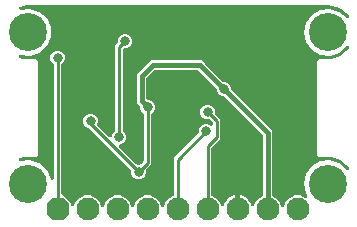
<source format=gbr>
G04 EAGLE Gerber RS-274X export*
G75*
%MOMM*%
%FSLAX34Y34*%
%LPD*%
%INBottom Copper*%
%IPPOS*%
%AMOC8*
5,1,8,0,0,1.08239X$1,22.5*%
G01*
%ADD10P,2.089446X8X112.500000*%
%ADD11C,1.930400*%
%ADD12C,3.216000*%
%ADD13C,0.800100*%
%ADD14C,0.254000*%
%ADD15C,0.406400*%

G36*
X204548Y15216D02*
X204548Y15216D01*
X204667Y15223D01*
X204705Y15236D01*
X204746Y15241D01*
X204856Y15285D01*
X204969Y15321D01*
X205004Y15343D01*
X205041Y15358D01*
X205137Y15428D01*
X205238Y15491D01*
X205266Y15521D01*
X205299Y15545D01*
X205375Y15636D01*
X205456Y15723D01*
X205476Y15758D01*
X205501Y15790D01*
X205552Y15897D01*
X205610Y16002D01*
X205620Y16041D01*
X205637Y16077D01*
X205659Y16194D01*
X205689Y16310D01*
X205693Y16370D01*
X205697Y16390D01*
X205695Y16410D01*
X205699Y16470D01*
X205699Y27189D01*
X206055Y27133D01*
X207880Y26539D01*
X209590Y25668D01*
X211143Y24540D01*
X212500Y23183D01*
X213628Y21630D01*
X214499Y19920D01*
X214927Y18604D01*
X214940Y18577D01*
X214947Y18548D01*
X214970Y18504D01*
X214981Y18469D01*
X215017Y18413D01*
X215063Y18316D01*
X215082Y18293D01*
X215096Y18266D01*
X215142Y18215D01*
X215151Y18201D01*
X215179Y18174D01*
X215183Y18170D01*
X215265Y18071D01*
X215290Y18053D01*
X215310Y18031D01*
X215383Y17983D01*
X215384Y17982D01*
X215418Y17960D01*
X215523Y17884D01*
X215550Y17873D01*
X215575Y17856D01*
X215698Y17814D01*
X215818Y17767D01*
X215848Y17763D01*
X215876Y17753D01*
X216005Y17743D01*
X216134Y17727D01*
X216163Y17730D01*
X216193Y17728D01*
X216321Y17750D01*
X216449Y17766D01*
X216477Y17777D01*
X216506Y17782D01*
X216625Y17835D01*
X216745Y17883D01*
X216769Y17901D01*
X216796Y17913D01*
X216898Y17994D01*
X217002Y18070D01*
X217021Y18093D01*
X217045Y18111D01*
X217123Y18215D01*
X217205Y18315D01*
X217218Y18342D01*
X217236Y18366D01*
X217307Y18510D01*
X218694Y21859D01*
X221981Y25146D01*
X223752Y25879D01*
X223777Y25894D01*
X223805Y25903D01*
X223915Y25972D01*
X224028Y26037D01*
X224049Y26057D01*
X224074Y26073D01*
X224163Y26168D01*
X224256Y26258D01*
X224272Y26283D01*
X224292Y26305D01*
X224355Y26418D01*
X224423Y26529D01*
X224431Y26557D01*
X224446Y26583D01*
X224478Y26709D01*
X224516Y26833D01*
X224518Y26863D01*
X224525Y26891D01*
X224535Y27052D01*
X224535Y77801D01*
X224523Y77899D01*
X224520Y77998D01*
X224503Y78056D01*
X224495Y78116D01*
X224459Y78208D01*
X224431Y78303D01*
X224401Y78355D01*
X224378Y78412D01*
X224320Y78492D01*
X224270Y78577D01*
X224204Y78653D01*
X224192Y78669D01*
X224182Y78677D01*
X224164Y78698D01*
X192427Y110435D01*
X192348Y110496D01*
X192276Y110564D01*
X192223Y110593D01*
X192175Y110630D01*
X192084Y110669D01*
X191998Y110717D01*
X191939Y110732D01*
X191883Y110756D01*
X191785Y110772D01*
X191690Y110797D01*
X191590Y110803D01*
X191569Y110806D01*
X191557Y110805D01*
X191529Y110807D01*
X190570Y110807D01*
X188352Y111725D01*
X186655Y113422D01*
X185737Y115640D01*
X185737Y116599D01*
X185724Y116697D01*
X185721Y116796D01*
X185705Y116855D01*
X185697Y116915D01*
X185660Y117007D01*
X185633Y117102D01*
X185602Y117154D01*
X185580Y117210D01*
X185522Y117291D01*
X185471Y117376D01*
X185405Y117451D01*
X185393Y117468D01*
X185384Y117475D01*
X185365Y117497D01*
X170138Y132724D01*
X170060Y132784D01*
X169988Y132852D01*
X169935Y132881D01*
X169887Y132918D01*
X169796Y132958D01*
X169709Y133006D01*
X169651Y133021D01*
X169595Y133045D01*
X169497Y133060D01*
X169401Y133085D01*
X169301Y133091D01*
X169281Y133095D01*
X169269Y133093D01*
X169241Y133095D01*
X133629Y133095D01*
X133531Y133083D01*
X133432Y133080D01*
X133374Y133063D01*
X133314Y133055D01*
X133222Y133019D01*
X133127Y132991D01*
X133075Y132961D01*
X133018Y132938D01*
X132938Y132880D01*
X132853Y132830D01*
X132777Y132764D01*
X132761Y132752D01*
X132753Y132742D01*
X132732Y132724D01*
X126356Y126348D01*
X126296Y126270D01*
X126228Y126198D01*
X126199Y126145D01*
X126162Y126097D01*
X126122Y126006D01*
X126074Y125919D01*
X126059Y125861D01*
X126035Y125805D01*
X126020Y125707D01*
X125995Y125611D01*
X125989Y125511D01*
X125985Y125491D01*
X125987Y125479D01*
X125985Y125451D01*
X125985Y108902D01*
X126000Y108784D01*
X126007Y108666D01*
X126020Y108627D01*
X126025Y108587D01*
X126068Y108476D01*
X126105Y108363D01*
X126127Y108329D01*
X126142Y108291D01*
X126211Y108195D01*
X126275Y108094D01*
X126305Y108067D01*
X126328Y108034D01*
X126420Y107958D01*
X126507Y107876D01*
X126542Y107857D01*
X126573Y107831D01*
X126681Y107780D01*
X126785Y107723D01*
X126825Y107713D01*
X126861Y107696D01*
X126978Y107673D01*
X127093Y107643D01*
X127153Y107640D01*
X127173Y107636D01*
X127194Y107637D01*
X127254Y107633D01*
X128200Y107633D01*
X130418Y106715D01*
X132115Y105018D01*
X133033Y102800D01*
X133033Y100400D01*
X132115Y98182D01*
X130674Y96742D01*
X130614Y96664D01*
X130546Y96592D01*
X130517Y96539D01*
X130480Y96491D01*
X130440Y96400D01*
X130392Y96313D01*
X130377Y96255D01*
X130353Y96199D01*
X130338Y96101D01*
X130313Y96005D01*
X130307Y95905D01*
X130303Y95885D01*
X130305Y95873D01*
X130303Y95845D01*
X130303Y53242D01*
X125785Y48724D01*
X125724Y48646D01*
X125656Y48574D01*
X125627Y48521D01*
X125590Y48473D01*
X125551Y48382D01*
X125503Y48295D01*
X125488Y48237D01*
X125464Y48181D01*
X125448Y48083D01*
X125423Y47987D01*
X125417Y47887D01*
X125414Y47867D01*
X125415Y47855D01*
X125413Y47827D01*
X125413Y45790D01*
X124495Y43572D01*
X122798Y41875D01*
X120580Y40957D01*
X118180Y40957D01*
X115962Y41875D01*
X114265Y43572D01*
X113347Y45790D01*
X113347Y47827D01*
X113334Y47925D01*
X113331Y48024D01*
X113315Y48082D01*
X113307Y48142D01*
X113270Y48234D01*
X113243Y48329D01*
X113212Y48382D01*
X113190Y48438D01*
X113132Y48518D01*
X113081Y48603D01*
X113015Y48679D01*
X113003Y48695D01*
X112994Y48703D01*
X112975Y48724D01*
X77757Y83942D01*
X77750Y83948D01*
X77744Y83955D01*
X77624Y84045D01*
X77506Y84137D01*
X77497Y84141D01*
X77490Y84147D01*
X77345Y84217D01*
X75322Y85055D01*
X73625Y86752D01*
X72707Y88970D01*
X72707Y91370D01*
X73625Y93588D01*
X75322Y95285D01*
X77540Y96203D01*
X79940Y96203D01*
X82158Y95285D01*
X83855Y93588D01*
X84773Y91370D01*
X84773Y88970D01*
X84306Y87843D01*
X84298Y87814D01*
X84285Y87788D01*
X84257Y87661D01*
X84222Y87536D01*
X84222Y87506D01*
X84215Y87478D01*
X84219Y87348D01*
X84217Y87218D01*
X84224Y87189D01*
X84225Y87160D01*
X84261Y87035D01*
X84291Y86909D01*
X84305Y86882D01*
X84313Y86854D01*
X84379Y86742D01*
X84440Y86627D01*
X84460Y86606D01*
X84475Y86580D01*
X84581Y86459D01*
X94670Y76371D01*
X94780Y76285D01*
X94887Y76197D01*
X94905Y76188D01*
X94921Y76176D01*
X95049Y76120D01*
X95175Y76061D01*
X95194Y76058D01*
X95213Y76049D01*
X95351Y76028D01*
X95487Y76002D01*
X95507Y76003D01*
X95527Y76000D01*
X95666Y76013D01*
X95804Y76021D01*
X95824Y76028D01*
X95844Y76029D01*
X95975Y76077D01*
X96107Y76119D01*
X96124Y76130D01*
X96143Y76137D01*
X96258Y76215D01*
X96376Y76289D01*
X96390Y76304D01*
X96406Y76316D01*
X96498Y76420D01*
X96594Y76521D01*
X96603Y76539D01*
X96617Y76554D01*
X96680Y76678D01*
X96747Y76800D01*
X96752Y76819D01*
X96761Y76837D01*
X96792Y76973D01*
X96827Y77108D01*
X96828Y77136D01*
X96831Y77148D01*
X96830Y77168D01*
X96837Y77268D01*
X96837Y77400D01*
X97755Y79618D01*
X99196Y81058D01*
X99256Y81136D01*
X99324Y81208D01*
X99353Y81261D01*
X99390Y81309D01*
X99430Y81400D01*
X99478Y81487D01*
X99493Y81545D01*
X99517Y81601D01*
X99532Y81699D01*
X99557Y81795D01*
X99563Y81895D01*
X99567Y81915D01*
X99565Y81927D01*
X99567Y81955D01*
X99567Y153768D01*
X101545Y155746D01*
X101606Y155824D01*
X101674Y155896D01*
X101703Y155949D01*
X101740Y155997D01*
X101779Y156088D01*
X101827Y156175D01*
X101842Y156233D01*
X101866Y156289D01*
X101882Y156387D01*
X101907Y156483D01*
X101913Y156583D01*
X101916Y156603D01*
X101915Y156615D01*
X101917Y156643D01*
X101917Y158680D01*
X102835Y160898D01*
X104532Y162595D01*
X106750Y163513D01*
X109150Y163513D01*
X111368Y162595D01*
X113065Y160898D01*
X113983Y158680D01*
X113983Y156280D01*
X113065Y154062D01*
X111368Y152365D01*
X109150Y151447D01*
X107442Y151447D01*
X107324Y151432D01*
X107205Y151424D01*
X107167Y151412D01*
X107126Y151407D01*
X107016Y151363D01*
X106903Y151326D01*
X106868Y151305D01*
X106831Y151290D01*
X106735Y151220D01*
X106634Y151156D01*
X106606Y151127D01*
X106573Y151103D01*
X106497Y151011D01*
X106416Y150925D01*
X106396Y150889D01*
X106371Y150858D01*
X106320Y150750D01*
X106262Y150646D01*
X106252Y150607D01*
X106235Y150570D01*
X106213Y150454D01*
X106183Y150338D01*
X106179Y150278D01*
X106175Y150258D01*
X106177Y150238D01*
X106173Y150178D01*
X106173Y81955D01*
X106185Y81857D01*
X106188Y81758D01*
X106205Y81700D01*
X106213Y81640D01*
X106249Y81548D01*
X106277Y81453D01*
X106307Y81400D01*
X106330Y81344D01*
X106388Y81264D01*
X106438Y81179D01*
X106504Y81103D01*
X106516Y81087D01*
X106526Y81079D01*
X106544Y81058D01*
X107985Y79618D01*
X108903Y77400D01*
X108903Y75000D01*
X107985Y72782D01*
X106288Y71085D01*
X104070Y70167D01*
X103938Y70167D01*
X103801Y70149D01*
X103662Y70136D01*
X103643Y70129D01*
X103623Y70127D01*
X103494Y70076D01*
X103363Y70029D01*
X103346Y70017D01*
X103327Y70010D01*
X103215Y69928D01*
X103099Y69850D01*
X103086Y69835D01*
X103070Y69823D01*
X102981Y69716D01*
X102889Y69612D01*
X102880Y69594D01*
X102867Y69578D01*
X102808Y69452D01*
X102744Y69328D01*
X102740Y69309D01*
X102731Y69290D01*
X102705Y69154D01*
X102675Y69018D01*
X102675Y68998D01*
X102672Y68978D01*
X102680Y68840D01*
X102684Y68700D01*
X102690Y68681D01*
X102691Y68661D01*
X102734Y68528D01*
X102773Y68395D01*
X102783Y68377D01*
X102789Y68358D01*
X102864Y68240D01*
X102934Y68121D01*
X102953Y68100D01*
X102959Y68089D01*
X102974Y68075D01*
X103041Y68000D01*
X117646Y53395D01*
X117724Y53334D01*
X117796Y53266D01*
X117849Y53237D01*
X117897Y53200D01*
X117988Y53161D01*
X118075Y53113D01*
X118133Y53098D01*
X118189Y53074D01*
X118287Y53058D01*
X118383Y53033D01*
X118483Y53027D01*
X118503Y53024D01*
X118515Y53025D01*
X118543Y53023D01*
X120217Y53023D01*
X120315Y53036D01*
X120414Y53039D01*
X120472Y53055D01*
X120532Y53063D01*
X120624Y53100D01*
X120719Y53127D01*
X120772Y53158D01*
X120828Y53180D01*
X120908Y53238D01*
X120993Y53289D01*
X121069Y53355D01*
X121085Y53367D01*
X121093Y53376D01*
X121114Y53395D01*
X123326Y55606D01*
X123386Y55685D01*
X123454Y55757D01*
X123483Y55810D01*
X123520Y55858D01*
X123560Y55949D01*
X123608Y56035D01*
X123623Y56094D01*
X123647Y56149D01*
X123662Y56247D01*
X123687Y56343D01*
X123693Y56443D01*
X123697Y56464D01*
X123695Y56476D01*
X123697Y56504D01*
X123697Y95845D01*
X123685Y95943D01*
X123682Y96042D01*
X123665Y96100D01*
X123657Y96160D01*
X123621Y96252D01*
X123593Y96347D01*
X123563Y96400D01*
X123540Y96456D01*
X123482Y96536D01*
X123432Y96621D01*
X123366Y96697D01*
X123354Y96713D01*
X123344Y96721D01*
X123326Y96742D01*
X121885Y98182D01*
X120967Y100400D01*
X120967Y101359D01*
X120954Y101457D01*
X120951Y101556D01*
X120935Y101615D01*
X120927Y101675D01*
X120890Y101767D01*
X120863Y101862D01*
X120832Y101914D01*
X120810Y101970D01*
X120752Y102050D01*
X120701Y102136D01*
X120635Y102211D01*
X120623Y102228D01*
X120614Y102235D01*
X120595Y102257D01*
X117855Y104996D01*
X117855Y129344D01*
X129736Y141225D01*
X173134Y141225D01*
X175886Y138472D01*
X191113Y123245D01*
X191192Y123184D01*
X191264Y123116D01*
X191317Y123087D01*
X191365Y123050D01*
X191456Y123011D01*
X191542Y122963D01*
X191601Y122948D01*
X191657Y122924D01*
X191754Y122908D01*
X191850Y122883D01*
X191950Y122877D01*
X191971Y122874D01*
X191983Y122875D01*
X192011Y122873D01*
X192970Y122873D01*
X195188Y121955D01*
X196885Y120258D01*
X197803Y118040D01*
X197803Y117081D01*
X197816Y116983D01*
X197819Y116884D01*
X197835Y116825D01*
X197843Y116765D01*
X197880Y116673D01*
X197907Y116578D01*
X197938Y116526D01*
X197960Y116470D01*
X198018Y116390D01*
X198069Y116304D01*
X198135Y116229D01*
X198147Y116212D01*
X198156Y116205D01*
X198175Y116183D01*
X232665Y81694D01*
X232665Y27052D01*
X232668Y27023D01*
X232666Y26993D01*
X232688Y26865D01*
X232705Y26736D01*
X232715Y26709D01*
X232720Y26680D01*
X232774Y26561D01*
X232822Y26441D01*
X232839Y26417D01*
X232851Y26390D01*
X232932Y26288D01*
X233008Y26183D01*
X233031Y26164D01*
X233050Y26141D01*
X233153Y26063D01*
X233253Y25981D01*
X233280Y25968D01*
X233304Y25950D01*
X233448Y25879D01*
X235219Y25146D01*
X238506Y21859D01*
X240127Y17944D01*
X240196Y17824D01*
X240261Y17700D01*
X240275Y17686D01*
X240285Y17668D01*
X240382Y17568D01*
X240475Y17465D01*
X240492Y17454D01*
X240506Y17439D01*
X240624Y17367D01*
X240741Y17290D01*
X240760Y17284D01*
X240777Y17273D01*
X240910Y17232D01*
X241042Y17187D01*
X241062Y17186D01*
X241081Y17180D01*
X241220Y17173D01*
X241359Y17162D01*
X241379Y17165D01*
X241399Y17164D01*
X241535Y17193D01*
X241672Y17216D01*
X241690Y17225D01*
X241710Y17229D01*
X241836Y17290D01*
X241962Y17347D01*
X241978Y17360D01*
X241996Y17368D01*
X242102Y17459D01*
X242210Y17546D01*
X242223Y17562D01*
X242238Y17575D01*
X242318Y17689D01*
X242402Y17800D01*
X242414Y17825D01*
X242421Y17835D01*
X242428Y17854D01*
X242473Y17944D01*
X244094Y21859D01*
X247381Y25146D01*
X251676Y26925D01*
X256324Y26925D01*
X260651Y25133D01*
X260775Y25098D01*
X260898Y25058D01*
X260929Y25057D01*
X260958Y25049D01*
X261087Y25047D01*
X261216Y25038D01*
X261245Y25044D01*
X261276Y25044D01*
X261401Y25074D01*
X261528Y25098D01*
X261556Y25111D01*
X261585Y25118D01*
X261699Y25178D01*
X261816Y25233D01*
X261839Y25252D01*
X261866Y25266D01*
X261962Y25353D01*
X262061Y25436D01*
X262079Y25460D01*
X262101Y25480D01*
X262172Y25588D01*
X262248Y25693D01*
X262260Y25721D01*
X262276Y25746D01*
X262318Y25868D01*
X262366Y25988D01*
X262370Y26018D01*
X262379Y26047D01*
X262390Y26176D01*
X262406Y26304D01*
X262402Y26334D01*
X262405Y26364D01*
X262382Y26491D01*
X262366Y26619D01*
X262355Y26647D01*
X262350Y26677D01*
X262297Y26795D01*
X262250Y26915D01*
X262226Y26952D01*
X262220Y26967D01*
X262206Y26984D01*
X262164Y27051D01*
X261008Y28641D01*
X259268Y36830D01*
X261008Y45019D01*
X265929Y51791D01*
X273179Y55977D01*
X281504Y56852D01*
X289466Y54265D01*
X295510Y48823D01*
X295532Y48808D01*
X295550Y48789D01*
X295662Y48718D01*
X295771Y48642D01*
X295796Y48633D01*
X295819Y48618D01*
X295945Y48577D01*
X296069Y48531D01*
X296096Y48528D01*
X296121Y48520D01*
X296253Y48512D01*
X296385Y48498D01*
X296412Y48502D01*
X296438Y48500D01*
X296569Y48525D01*
X296700Y48544D01*
X296724Y48554D01*
X296751Y48559D01*
X296871Y48616D01*
X296993Y48667D01*
X297014Y48683D01*
X297039Y48695D01*
X297141Y48779D01*
X297247Y48859D01*
X297263Y48880D01*
X297284Y48897D01*
X297362Y49004D01*
X297444Y49108D01*
X297455Y49133D01*
X297471Y49154D01*
X297520Y49277D01*
X297574Y49399D01*
X297578Y49425D01*
X297588Y49450D01*
X297605Y49581D01*
X297627Y49712D01*
X297625Y49739D01*
X297628Y49765D01*
X297612Y49897D01*
X297601Y50029D01*
X297592Y50054D01*
X297589Y50081D01*
X297540Y50205D01*
X297497Y50330D01*
X297482Y50352D01*
X297472Y50377D01*
X297386Y50513D01*
X295693Y52842D01*
X295612Y52929D01*
X295536Y53021D01*
X295490Y53059D01*
X295476Y53074D01*
X295458Y53085D01*
X295412Y53123D01*
X289948Y57094D01*
X289844Y57151D01*
X289744Y57215D01*
X289687Y57237D01*
X289669Y57247D01*
X289649Y57252D01*
X289594Y57274D01*
X283170Y59361D01*
X283102Y59374D01*
X283036Y59397D01*
X282877Y59420D01*
X279500Y59685D01*
X279478Y59684D01*
X279400Y59689D01*
X271998Y59689D01*
X270509Y61178D01*
X270509Y140752D01*
X271998Y142241D01*
X279400Y142241D01*
X279422Y142243D01*
X279500Y142245D01*
X282877Y142510D01*
X282945Y142524D01*
X283014Y142529D01*
X283170Y142569D01*
X289594Y144656D01*
X289701Y144706D01*
X289812Y144750D01*
X289863Y144783D01*
X289882Y144791D01*
X289897Y144804D01*
X289948Y144836D01*
X295412Y148807D01*
X295499Y148888D01*
X295591Y148964D01*
X295629Y149010D01*
X295644Y149024D01*
X295655Y149042D01*
X295693Y149088D01*
X297386Y151417D01*
X297399Y151441D01*
X297416Y151461D01*
X297475Y151580D01*
X297539Y151696D01*
X297546Y151722D01*
X297558Y151746D01*
X297585Y151875D01*
X297618Y152004D01*
X297618Y152031D01*
X297624Y152057D01*
X297618Y152189D01*
X297618Y152322D01*
X297612Y152348D01*
X297611Y152375D01*
X297572Y152502D01*
X297539Y152630D01*
X297527Y152654D01*
X297519Y152679D01*
X297450Y152792D01*
X297386Y152909D01*
X297368Y152928D01*
X297354Y152951D01*
X297260Y153044D01*
X297169Y153141D01*
X297146Y153155D01*
X297127Y153174D01*
X297013Y153240D01*
X296900Y153311D01*
X296875Y153320D01*
X296852Y153333D01*
X296724Y153369D01*
X296598Y153410D01*
X296572Y153412D01*
X296546Y153419D01*
X296413Y153422D01*
X296281Y153430D01*
X296255Y153425D01*
X296228Y153426D01*
X296098Y153396D01*
X295968Y153371D01*
X295944Y153360D01*
X295918Y153354D01*
X295800Y153292D01*
X295680Y153236D01*
X295660Y153219D01*
X295636Y153207D01*
X295510Y153107D01*
X289466Y147665D01*
X281504Y145078D01*
X273179Y145953D01*
X265929Y150139D01*
X261008Y156911D01*
X259268Y165100D01*
X261008Y173289D01*
X265929Y180061D01*
X273179Y184247D01*
X281504Y185122D01*
X289466Y182535D01*
X295510Y177093D01*
X295532Y177078D01*
X295550Y177059D01*
X295662Y176987D01*
X295771Y176912D01*
X295796Y176903D01*
X295819Y176888D01*
X295945Y176847D01*
X296069Y176801D01*
X296096Y176798D01*
X296121Y176790D01*
X296254Y176782D01*
X296385Y176768D01*
X296412Y176772D01*
X296438Y176770D01*
X296569Y176795D01*
X296700Y176814D01*
X296724Y176824D01*
X296751Y176829D01*
X296871Y176886D01*
X296993Y176937D01*
X297014Y176953D01*
X297039Y176965D01*
X297141Y177049D01*
X297247Y177129D01*
X297263Y177150D01*
X297284Y177167D01*
X297362Y177274D01*
X297444Y177378D01*
X297455Y177403D01*
X297471Y177424D01*
X297520Y177547D01*
X297574Y177669D01*
X297578Y177695D01*
X297588Y177720D01*
X297605Y177851D01*
X297627Y177982D01*
X297625Y178009D01*
X297628Y178035D01*
X297612Y178167D01*
X297601Y178299D01*
X297592Y178324D01*
X297589Y178351D01*
X297540Y178475D01*
X297497Y178600D01*
X297482Y178622D01*
X297472Y178647D01*
X297386Y178783D01*
X295693Y181113D01*
X295612Y181199D01*
X295536Y181291D01*
X295490Y181329D01*
X295476Y181344D01*
X295458Y181355D01*
X295412Y181393D01*
X290397Y185037D01*
X289948Y185364D01*
X289844Y185421D01*
X289744Y185485D01*
X289687Y185507D01*
X289669Y185517D01*
X289649Y185522D01*
X289594Y185544D01*
X283170Y187631D01*
X283102Y187644D01*
X283036Y187667D01*
X282877Y187690D01*
X279500Y187955D01*
X279478Y187954D01*
X279400Y187959D01*
X25400Y187959D01*
X25378Y187957D01*
X25300Y187955D01*
X21923Y187690D01*
X21855Y187676D01*
X21786Y187671D01*
X21630Y187631D01*
X18892Y186741D01*
X18867Y186730D01*
X18841Y186724D01*
X18724Y186663D01*
X18604Y186606D01*
X18583Y186589D01*
X18560Y186577D01*
X18461Y186488D01*
X18359Y186403D01*
X18343Y186382D01*
X18323Y186364D01*
X18250Y186253D01*
X18172Y186146D01*
X18162Y186121D01*
X18147Y186099D01*
X18103Y185974D01*
X18054Y185850D01*
X18051Y185824D01*
X18042Y185799D01*
X18031Y185667D01*
X18014Y185535D01*
X18018Y185508D01*
X18016Y185482D01*
X18038Y185351D01*
X18054Y185219D01*
X18064Y185195D01*
X18068Y185168D01*
X18122Y185047D01*
X18171Y184924D01*
X18187Y184902D01*
X18198Y184878D01*
X18280Y184774D01*
X18358Y184666D01*
X18378Y184649D01*
X18395Y184628D01*
X18500Y184548D01*
X18603Y184463D01*
X18627Y184452D01*
X18648Y184436D01*
X18770Y184384D01*
X18890Y184328D01*
X18916Y184323D01*
X18941Y184312D01*
X19072Y184293D01*
X19203Y184268D01*
X19229Y184269D01*
X19256Y184265D01*
X19416Y184272D01*
X27504Y185122D01*
X35466Y182535D01*
X41687Y176934D01*
X45092Y169286D01*
X45092Y160914D01*
X41687Y153266D01*
X35466Y147665D01*
X27504Y145078D01*
X19416Y145928D01*
X19393Y145928D01*
X19388Y145928D01*
X19364Y145932D01*
X19339Y145931D01*
X19296Y145934D01*
X19288Y145934D01*
X19208Y145924D01*
X19098Y145921D01*
X19073Y145914D01*
X19046Y145913D01*
X18999Y145897D01*
X18972Y145894D01*
X18906Y145868D01*
X18792Y145836D01*
X18769Y145823D01*
X18744Y145814D01*
X18698Y145785D01*
X18676Y145777D01*
X18625Y145739D01*
X18517Y145677D01*
X18498Y145658D01*
X18475Y145644D01*
X18436Y145602D01*
X18419Y145590D01*
X18382Y145545D01*
X18289Y145455D01*
X18276Y145432D01*
X18257Y145412D01*
X18228Y145360D01*
X18216Y145345D01*
X18193Y145295D01*
X18125Y145183D01*
X18117Y145157D01*
X18104Y145134D01*
X18089Y145074D01*
X18081Y145057D01*
X18071Y145004D01*
X18032Y144878D01*
X18031Y144852D01*
X18025Y144826D01*
X18025Y144764D01*
X18021Y144745D01*
X18024Y144690D01*
X18019Y144560D01*
X18024Y144534D01*
X18024Y144508D01*
X18039Y144449D01*
X18041Y144428D01*
X18059Y144371D01*
X18085Y144249D01*
X18097Y144225D01*
X18103Y144200D01*
X18131Y144149D01*
X18139Y144125D01*
X18174Y144070D01*
X18226Y143964D01*
X18243Y143944D01*
X18256Y143921D01*
X18293Y143881D01*
X18309Y143856D01*
X18362Y143806D01*
X18433Y143723D01*
X18455Y143708D01*
X18474Y143689D01*
X18515Y143662D01*
X18541Y143638D01*
X18612Y143599D01*
X18694Y143542D01*
X18719Y143532D01*
X18742Y143518D01*
X18803Y143494D01*
X18819Y143485D01*
X18837Y143480D01*
X18892Y143459D01*
X21630Y142569D01*
X21698Y142556D01*
X21764Y142533D01*
X21923Y142510D01*
X25300Y142245D01*
X25322Y142246D01*
X25400Y142241D01*
X32802Y142241D01*
X34291Y140752D01*
X34291Y61178D01*
X32802Y59689D01*
X25400Y59689D01*
X25378Y59687D01*
X25300Y59685D01*
X21923Y59420D01*
X21855Y59406D01*
X21786Y59401D01*
X21630Y59361D01*
X18892Y58471D01*
X18867Y58460D01*
X18841Y58454D01*
X18724Y58393D01*
X18604Y58336D01*
X18583Y58319D01*
X18560Y58307D01*
X18461Y58218D01*
X18359Y58133D01*
X18343Y58112D01*
X18323Y58094D01*
X18250Y57983D01*
X18172Y57876D01*
X18162Y57851D01*
X18147Y57829D01*
X18103Y57704D01*
X18054Y57580D01*
X18051Y57554D01*
X18042Y57529D01*
X18031Y57397D01*
X18014Y57265D01*
X18018Y57238D01*
X18016Y57212D01*
X18038Y57081D01*
X18054Y56949D01*
X18064Y56925D01*
X18068Y56898D01*
X18122Y56777D01*
X18171Y56654D01*
X18187Y56632D01*
X18198Y56608D01*
X18280Y56504D01*
X18358Y56396D01*
X18378Y56379D01*
X18395Y56358D01*
X18500Y56278D01*
X18603Y56193D01*
X18627Y56182D01*
X18648Y56166D01*
X18770Y56114D01*
X18890Y56058D01*
X18916Y56053D01*
X18941Y56042D01*
X19072Y56023D01*
X19203Y55998D01*
X19229Y55999D01*
X19256Y55995D01*
X19416Y56002D01*
X27504Y56852D01*
X35466Y54265D01*
X41687Y48664D01*
X45068Y41070D01*
X45096Y41024D01*
X45116Y40975D01*
X45178Y40889D01*
X45233Y40797D01*
X45271Y40760D01*
X45302Y40717D01*
X45384Y40649D01*
X45460Y40575D01*
X45506Y40548D01*
X45547Y40514D01*
X45644Y40469D01*
X45736Y40416D01*
X45787Y40402D01*
X45835Y40379D01*
X45939Y40359D01*
X46042Y40330D01*
X46095Y40329D01*
X46148Y40319D01*
X46254Y40326D01*
X46360Y40323D01*
X46412Y40336D01*
X46465Y40339D01*
X46566Y40372D01*
X46670Y40396D01*
X46717Y40420D01*
X46767Y40437D01*
X46857Y40494D01*
X46952Y40543D01*
X46991Y40579D01*
X47036Y40607D01*
X47109Y40685D01*
X47188Y40756D01*
X47218Y40800D01*
X47254Y40839D01*
X47305Y40932D01*
X47364Y41020D01*
X47382Y41071D01*
X47408Y41117D01*
X47434Y41220D01*
X47469Y41321D01*
X47474Y41374D01*
X47487Y41425D01*
X47497Y41586D01*
X47497Y137755D01*
X47485Y137853D01*
X47482Y137952D01*
X47465Y138010D01*
X47457Y138070D01*
X47421Y138162D01*
X47393Y138257D01*
X47363Y138310D01*
X47340Y138366D01*
X47282Y138446D01*
X47232Y138531D01*
X47166Y138607D01*
X47154Y138623D01*
X47144Y138631D01*
X47126Y138652D01*
X45685Y140092D01*
X44767Y142310D01*
X44767Y144710D01*
X45685Y146928D01*
X47382Y148625D01*
X49600Y149543D01*
X52000Y149543D01*
X54218Y148625D01*
X55915Y146928D01*
X56833Y144710D01*
X56833Y142310D01*
X55915Y140092D01*
X54474Y138652D01*
X54414Y138574D01*
X54346Y138502D01*
X54317Y138449D01*
X54280Y138401D01*
X54240Y138310D01*
X54192Y138223D01*
X54177Y138165D01*
X54153Y138109D01*
X54138Y138011D01*
X54113Y137915D01*
X54107Y137815D01*
X54103Y137795D01*
X54105Y137783D01*
X54103Y137755D01*
X54103Y28194D01*
X54118Y28076D01*
X54125Y27957D01*
X54138Y27919D01*
X54143Y27878D01*
X54186Y27768D01*
X54223Y27655D01*
X54245Y27620D01*
X54260Y27583D01*
X54329Y27487D01*
X54393Y27386D01*
X54423Y27358D01*
X54446Y27325D01*
X54538Y27249D01*
X54625Y27168D01*
X54660Y27148D01*
X54691Y27123D01*
X54799Y27072D01*
X54903Y27014D01*
X54943Y27004D01*
X54979Y26987D01*
X55096Y26965D01*
X55211Y26935D01*
X55271Y26931D01*
X55291Y26927D01*
X55312Y26929D01*
X55372Y26925D01*
X55640Y26925D01*
X62485Y20080D01*
X62485Y19043D01*
X62493Y18974D01*
X62492Y18904D01*
X62513Y18817D01*
X62525Y18727D01*
X62550Y18663D01*
X62567Y18595D01*
X62609Y18515D01*
X62642Y18432D01*
X62683Y18375D01*
X62715Y18314D01*
X62776Y18247D01*
X62828Y18174D01*
X62882Y18130D01*
X62929Y18078D01*
X63004Y18029D01*
X63073Y17972D01*
X63137Y17942D01*
X63195Y17904D01*
X63280Y17874D01*
X63361Y17836D01*
X63430Y17823D01*
X63496Y17800D01*
X63585Y17793D01*
X63673Y17776D01*
X63743Y17781D01*
X63813Y17775D01*
X63901Y17790D01*
X63991Y17796D01*
X64057Y17818D01*
X64126Y17829D01*
X64208Y17866D01*
X64293Y17894D01*
X64352Y17931D01*
X64416Y17960D01*
X64486Y18016D01*
X64562Y18064D01*
X64610Y18115D01*
X64664Y18159D01*
X64719Y18230D01*
X64780Y18296D01*
X64814Y18357D01*
X64856Y18413D01*
X64927Y18557D01*
X66294Y21859D01*
X69581Y25146D01*
X73876Y26925D01*
X78524Y26925D01*
X82819Y25146D01*
X86106Y21859D01*
X87727Y17944D01*
X87796Y17824D01*
X87861Y17700D01*
X87875Y17686D01*
X87885Y17668D01*
X87982Y17568D01*
X88075Y17465D01*
X88092Y17454D01*
X88106Y17439D01*
X88224Y17367D01*
X88341Y17290D01*
X88360Y17284D01*
X88377Y17273D01*
X88510Y17232D01*
X88642Y17187D01*
X88662Y17186D01*
X88681Y17180D01*
X88820Y17173D01*
X88959Y17162D01*
X88979Y17165D01*
X88999Y17164D01*
X89135Y17193D01*
X89272Y17216D01*
X89290Y17225D01*
X89310Y17229D01*
X89436Y17290D01*
X89562Y17347D01*
X89578Y17360D01*
X89596Y17368D01*
X89702Y17459D01*
X89810Y17546D01*
X89823Y17562D01*
X89838Y17575D01*
X89918Y17689D01*
X90002Y17800D01*
X90014Y17825D01*
X90021Y17835D01*
X90028Y17854D01*
X90073Y17944D01*
X91694Y21859D01*
X94981Y25146D01*
X99276Y26925D01*
X103924Y26925D01*
X108219Y25146D01*
X111506Y21859D01*
X113127Y17944D01*
X113196Y17824D01*
X113261Y17700D01*
X113275Y17686D01*
X113285Y17668D01*
X113382Y17568D01*
X113475Y17465D01*
X113492Y17454D01*
X113506Y17439D01*
X113624Y17367D01*
X113741Y17290D01*
X113760Y17284D01*
X113777Y17273D01*
X113910Y17232D01*
X114042Y17187D01*
X114062Y17186D01*
X114081Y17180D01*
X114220Y17173D01*
X114359Y17162D01*
X114379Y17165D01*
X114399Y17164D01*
X114535Y17193D01*
X114672Y17216D01*
X114690Y17225D01*
X114710Y17229D01*
X114836Y17290D01*
X114962Y17347D01*
X114978Y17360D01*
X114996Y17368D01*
X115102Y17459D01*
X115210Y17546D01*
X115223Y17562D01*
X115238Y17575D01*
X115318Y17689D01*
X115402Y17800D01*
X115414Y17825D01*
X115421Y17835D01*
X115428Y17854D01*
X115473Y17944D01*
X117094Y21859D01*
X120381Y25146D01*
X124676Y26925D01*
X129324Y26925D01*
X133619Y25146D01*
X136906Y21859D01*
X138527Y17944D01*
X138596Y17824D01*
X138661Y17700D01*
X138675Y17686D01*
X138685Y17668D01*
X138782Y17568D01*
X138875Y17465D01*
X138892Y17454D01*
X138906Y17439D01*
X139024Y17367D01*
X139141Y17290D01*
X139160Y17284D01*
X139177Y17273D01*
X139310Y17232D01*
X139442Y17187D01*
X139462Y17186D01*
X139481Y17180D01*
X139620Y17173D01*
X139759Y17162D01*
X139779Y17165D01*
X139799Y17164D01*
X139935Y17193D01*
X140072Y17216D01*
X140090Y17225D01*
X140110Y17229D01*
X140236Y17290D01*
X140362Y17347D01*
X140378Y17360D01*
X140396Y17368D01*
X140502Y17459D01*
X140610Y17546D01*
X140623Y17562D01*
X140638Y17575D01*
X140718Y17689D01*
X140802Y17800D01*
X140814Y17825D01*
X140821Y17835D01*
X140828Y17854D01*
X140873Y17944D01*
X142494Y21859D01*
X145781Y25146D01*
X148314Y26195D01*
X148339Y26210D01*
X148367Y26219D01*
X148477Y26288D01*
X148590Y26352D01*
X148611Y26373D01*
X148636Y26389D01*
X148725Y26483D01*
X148818Y26574D01*
X148834Y26599D01*
X148854Y26620D01*
X148917Y26734D01*
X148985Y26845D01*
X148993Y26873D01*
X149008Y26899D01*
X149040Y27025D01*
X149078Y27149D01*
X149080Y27178D01*
X149087Y27207D01*
X149097Y27368D01*
X149097Y58518D01*
X170125Y79546D01*
X170186Y79624D01*
X170254Y79696D01*
X170283Y79749D01*
X170320Y79797D01*
X170359Y79888D01*
X170407Y79975D01*
X170422Y80033D01*
X170446Y80089D01*
X170462Y80187D01*
X170487Y80283D01*
X170493Y80383D01*
X170496Y80403D01*
X170495Y80415D01*
X170497Y80443D01*
X170497Y82480D01*
X171415Y84698D01*
X173112Y86395D01*
X175330Y87313D01*
X177730Y87313D01*
X179948Y86395D01*
X179950Y86392D01*
X180060Y86307D01*
X180167Y86218D01*
X180186Y86209D01*
X180202Y86197D01*
X180330Y86141D01*
X180455Y86082D01*
X180475Y86079D01*
X180494Y86070D01*
X180631Y86049D01*
X180768Y86023D01*
X180788Y86024D01*
X180808Y86021D01*
X180946Y86034D01*
X181085Y86042D01*
X181104Y86049D01*
X181124Y86050D01*
X181255Y86097D01*
X181387Y86140D01*
X181405Y86151D01*
X181424Y86158D01*
X181538Y86236D01*
X181656Y86310D01*
X181670Y86325D01*
X181687Y86337D01*
X181779Y86441D01*
X181874Y86542D01*
X181884Y86560D01*
X181897Y86575D01*
X181961Y86699D01*
X182028Y86821D01*
X182033Y86840D01*
X182042Y86858D01*
X182072Y86994D01*
X182107Y87129D01*
X182109Y87157D01*
X182112Y87168D01*
X182111Y87189D01*
X182117Y87289D01*
X182117Y88276D01*
X182105Y88374D01*
X182102Y88473D01*
X182085Y88532D01*
X182077Y88592D01*
X182041Y88684D01*
X182013Y88779D01*
X181983Y88831D01*
X181960Y88887D01*
X181902Y88967D01*
X181852Y89053D01*
X181786Y89128D01*
X181774Y89145D01*
X181764Y89153D01*
X181746Y89174D01*
X179534Y91385D01*
X179456Y91446D01*
X179384Y91514D01*
X179331Y91543D01*
X179283Y91580D01*
X179192Y91619D01*
X179105Y91667D01*
X179047Y91682D01*
X178991Y91706D01*
X178893Y91722D01*
X178797Y91747D01*
X178697Y91753D01*
X178677Y91756D01*
X178665Y91755D01*
X178637Y91757D01*
X176600Y91757D01*
X174382Y92675D01*
X172685Y94372D01*
X171767Y96590D01*
X171767Y98990D01*
X172685Y101208D01*
X174382Y102905D01*
X176600Y103823D01*
X179000Y103823D01*
X181218Y102905D01*
X182915Y101208D01*
X183833Y98990D01*
X183833Y96953D01*
X183846Y96855D01*
X183849Y96756D01*
X183865Y96698D01*
X183873Y96638D01*
X183910Y96546D01*
X183937Y96451D01*
X183968Y96398D01*
X183990Y96342D01*
X184048Y96262D01*
X184099Y96177D01*
X184165Y96101D01*
X184177Y96085D01*
X184186Y96077D01*
X184205Y96056D01*
X188723Y91538D01*
X188723Y74832D01*
X181474Y67584D01*
X181414Y67505D01*
X181346Y67433D01*
X181317Y67380D01*
X181280Y67332D01*
X181240Y67241D01*
X181192Y67155D01*
X181177Y67096D01*
X181153Y67041D01*
X181138Y66943D01*
X181113Y66847D01*
X181107Y66747D01*
X181103Y66726D01*
X181105Y66714D01*
X181103Y66686D01*
X181103Y27368D01*
X181106Y27338D01*
X181104Y27309D01*
X181126Y27181D01*
X181143Y27052D01*
X181153Y27025D01*
X181158Y26995D01*
X181212Y26877D01*
X181260Y26756D01*
X181277Y26732D01*
X181289Y26705D01*
X181370Y26604D01*
X181446Y26499D01*
X181469Y26480D01*
X181488Y26457D01*
X181591Y26379D01*
X181691Y26296D01*
X181718Y26284D01*
X181742Y26266D01*
X181886Y26195D01*
X184419Y25146D01*
X187706Y21859D01*
X189093Y18510D01*
X189105Y18489D01*
X189111Y18469D01*
X189114Y18465D01*
X189117Y18456D01*
X189186Y18346D01*
X189250Y18234D01*
X189271Y18212D01*
X189287Y18187D01*
X189382Y18098D01*
X189472Y18005D01*
X189497Y17990D01*
X189519Y17969D01*
X189633Y17907D01*
X189743Y17839D01*
X189771Y17830D01*
X189798Y17816D01*
X189923Y17784D01*
X190047Y17746D01*
X190077Y17744D01*
X190106Y17737D01*
X190235Y17737D01*
X190364Y17730D01*
X190394Y17736D01*
X190424Y17736D01*
X190549Y17769D01*
X190676Y17795D01*
X190703Y17808D01*
X190732Y17815D01*
X190845Y17877D01*
X190962Y17934D01*
X190984Y17954D01*
X191011Y17968D01*
X191105Y18057D01*
X191123Y18072D01*
X191138Y18083D01*
X191144Y18090D01*
X191204Y18141D01*
X191221Y18165D01*
X191243Y18186D01*
X191307Y18287D01*
X191341Y18328D01*
X191352Y18352D01*
X191387Y18401D01*
X191397Y18429D01*
X191413Y18454D01*
X191473Y18604D01*
X191901Y19920D01*
X192772Y21630D01*
X193900Y23183D01*
X195257Y24540D01*
X196810Y25668D01*
X198520Y26539D01*
X200345Y27133D01*
X200701Y27189D01*
X200701Y16470D01*
X200716Y16352D01*
X200723Y16233D01*
X200735Y16195D01*
X200741Y16155D01*
X200784Y16044D01*
X200821Y15931D01*
X200843Y15897D01*
X200858Y15859D01*
X200927Y15763D01*
X200991Y15662D01*
X201021Y15634D01*
X201044Y15602D01*
X201136Y15526D01*
X201223Y15444D01*
X201258Y15425D01*
X201289Y15399D01*
X201397Y15348D01*
X201501Y15291D01*
X201541Y15281D01*
X201577Y15263D01*
X201694Y15241D01*
X201809Y15211D01*
X201869Y15207D01*
X201889Y15204D01*
X201910Y15205D01*
X201970Y15201D01*
X204430Y15201D01*
X204548Y15216D01*
G37*
D10*
X50800Y15240D03*
D11*
X76200Y15240D03*
X101600Y15240D03*
X127000Y15240D03*
X152400Y15240D03*
X177800Y15240D03*
X203200Y15240D03*
X228600Y15240D03*
X254000Y15240D03*
D12*
X25400Y36830D03*
X279400Y36830D03*
X279400Y165100D03*
X25400Y165100D03*
D13*
X81280Y104140D03*
D14*
X85090Y104140D01*
D13*
X236220Y96520D03*
D15*
X232410Y96520D01*
D13*
X140970Y124460D03*
X156210Y124460D03*
X177800Y97790D03*
D14*
X185420Y90170D01*
X185420Y76200D01*
X177800Y68580D01*
X177800Y15240D01*
D13*
X176530Y81280D03*
D14*
X152400Y57150D01*
X152400Y15240D01*
D13*
X119380Y46990D03*
D14*
X228600Y24130D02*
X228600Y15240D01*
D13*
X78740Y90170D03*
D14*
X78740Y87630D02*
X119380Y46990D01*
D13*
X191770Y116840D03*
D15*
X228600Y80010D01*
X228600Y15240D01*
D13*
X127000Y101600D03*
D14*
X127000Y54610D01*
X119380Y46990D01*
D15*
X191770Y116840D02*
X171450Y137160D01*
X131420Y137160D01*
X121920Y127660D01*
X121920Y106680D01*
X127000Y101600D01*
D14*
X78740Y90170D02*
X78740Y87630D01*
D13*
X102870Y76200D03*
D14*
X102870Y152400D01*
X107950Y157480D01*
D13*
X107950Y157480D03*
D14*
X50800Y143510D02*
X50800Y15240D01*
D13*
X50800Y143510D03*
M02*

</source>
